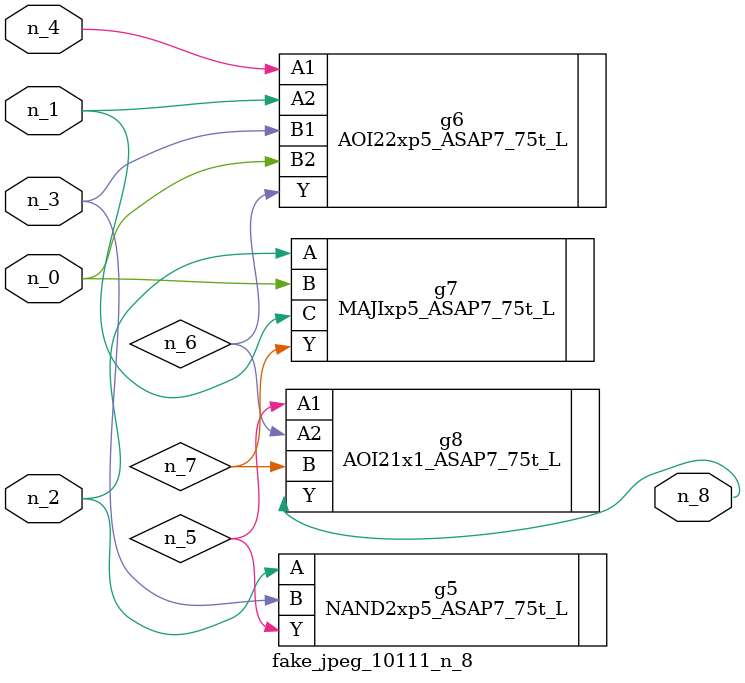
<source format=v>
module fake_jpeg_10111_n_8 (n_3, n_2, n_1, n_0, n_4, n_8);

input n_3;
input n_2;
input n_1;
input n_0;
input n_4;

output n_8;

wire n_6;
wire n_5;
wire n_7;

NAND2xp5_ASAP7_75t_L g5 ( 
.A(n_2),
.B(n_3),
.Y(n_5)
);

AOI22xp5_ASAP7_75t_L g6 ( 
.A1(n_4),
.A2(n_1),
.B1(n_3),
.B2(n_0),
.Y(n_6)
);

MAJIxp5_ASAP7_75t_L g7 ( 
.A(n_2),
.B(n_0),
.C(n_1),
.Y(n_7)
);

AOI21x1_ASAP7_75t_L g8 ( 
.A1(n_5),
.A2(n_6),
.B(n_7),
.Y(n_8)
);


endmodule
</source>
